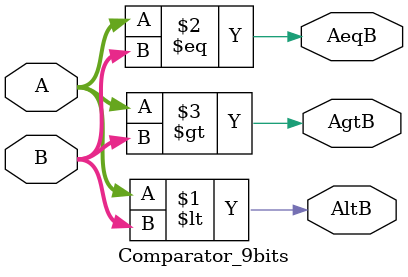
<source format=v>
`timescale 1ns / 1ps


module Comparator_9bits(A, B, AltB, AeqB, AgtB);

    input [8:0] A, B;
    output AltB, AeqB, AgtB;
    
    assign AltB = A < B;
    assign AeqB = A == B;
    assign AgtB = A > B;
    
endmodule

</source>
